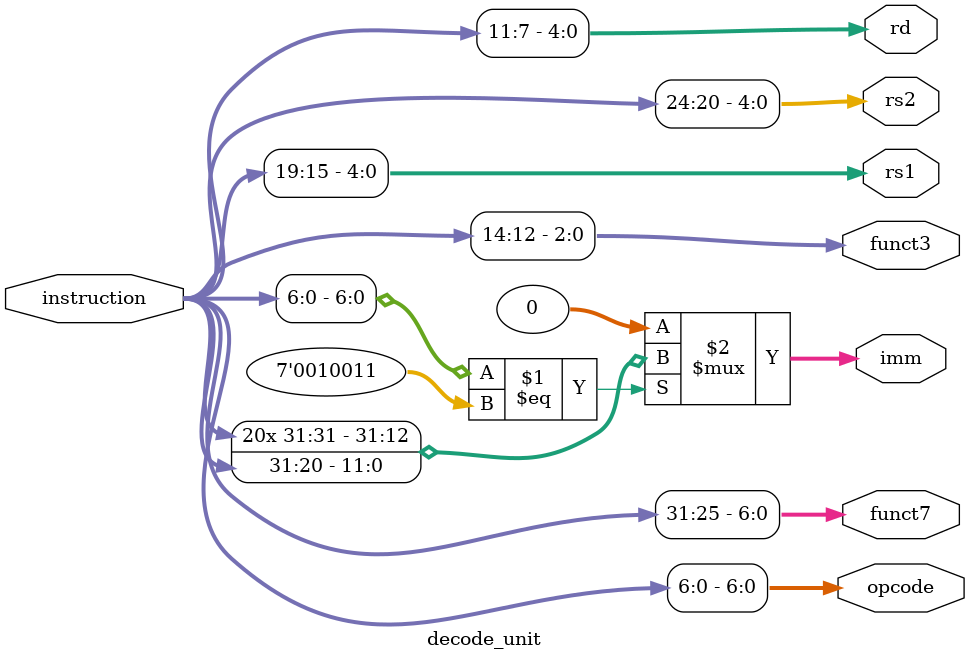
<source format=v>
module decode_unit (
    input wire [31:0] instruction,
    output wire [4:0] rs1, rs2, rd,
    output wire [6:0] opcode,
    output wire [2:0] funct3,
    output wire [6:0] funct7,
    output wire [31:0] imm
);
    assign opcode = instruction[6:0];
    assign rd = instruction[11:7];
    assign funct3 = instruction[14:12];
    assign rs1 = instruction[19:15];
    assign rs2 = instruction[24:20];
    assign funct7 = instruction[31:25];

    // Immediate Generator
    assign imm = (opcode == 7'b0010011) ? {{20{instruction[31]}}, instruction[31:20]} : 32'b0;

endmodule

</source>
